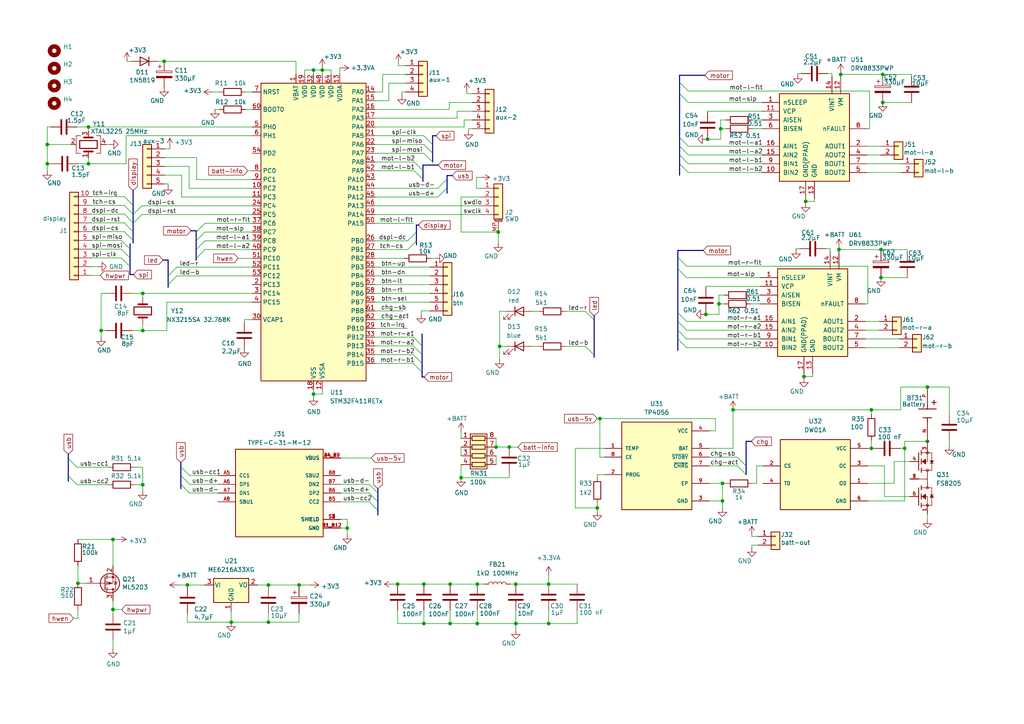
<source format=kicad_sch>
(kicad_sch (version 20230121) (generator eeschema)
  (paper "A4")
  (junction (at 149.606 169.418))
  (junction (at 41.402 85.09))
  (junction (at 252.73 130.048))
  (junction (at 67.056 180.467))
  (junction (at 93.472 20.32))
  (junction (at 86.741 169.672))
  (junction (at 122.936 180.848))
  (junction (at 13.716 47.498))
  (junction (at 77.851 169.672))
  (junction (at 252.73 118.872))
  (junction (at 268.986 128.016))
  (junction (at 100.711 153.162))
  (junction (at 173.228 147.32))
  (junction (at 256.032 21.59))
  (junction (at 204.724 91.186))
  (junction (at 29.337 95.885))
  (junction (at 138.43 169.418))
  (junction (at 159.131 169.418))
  (junction (at 212.598 118.872))
  (junction (at 209.55 140.208))
  (junction (at 90.932 114.3))
  (junction (at 47.625 17.78))
  (junction (at 243.84 21.59))
  (junction (at 256.032 29.718))
  (junction (at 208.534 88.138))
  (junction (at 41.402 140.589))
  (junction (at 209.55 145.288))
  (junction (at 41.402 95.885))
  (junction (at 130.556 180.848))
  (junction (at 130.556 169.418))
  (junction (at 54.356 169.672))
  (junction (at 143.891 129.667))
  (junction (at 32.766 156.464))
  (junction (at 255.524 80.518))
  (junction (at 268.986 112.268))
  (junction (at 138.43 180.848))
  (junction (at 25.654 47.498))
  (junction (at 147.701 129.667))
  (junction (at 144.907 100.457))
  (junction (at 13.716 41.91))
  (junction (at 205.232 40.386))
  (junction (at 22.606 169.164))
  (junction (at 243.332 72.39))
  (junction (at 233.68 58.42))
  (junction (at 25.654 36.83))
  (junction (at 173.99 121.412))
  (junction (at 159.131 180.848))
  (junction (at 122.936 169.418))
  (junction (at 133.731 138.557))
  (junction (at 90.932 20.32))
  (junction (at 262.382 130.048))
  (junction (at 32.766 176.784))
  (junction (at 255.524 72.39))
  (junction (at 149.606 180.848))
  (junction (at 209.042 37.338))
  (junction (at 115.316 169.418))
  (junction (at 144.526 67.31))
  (junction (at 77.851 180.467))
  (junction (at 233.172 109.22))
  (bus_entry (at 19.812 132.969) (size 2.54 2.54))
  (bus_entry (at 197.104 47.498) (size 2.54 2.54))
  (bus_entry (at 119.888 105.41) (size 2.54 2.54))
  (bus_entry (at 36.068 67.183) (size 2.54 2.54))
  (bus_entry (at 118.237 72.39) (size 2.54 -2.54))
  (bus_entry (at 19.812 138.049) (size 2.54 2.54))
  (bus_entry (at 196.596 95.758) (size 2.54 2.54))
  (bus_entry (at 197.104 42.418) (size 2.54 2.54))
  (bus_entry (at 127 54.61) (size 2.54 -2.54))
  (bus_entry (at 196.596 77.978) (size 2.54 2.54))
  (bus_entry (at 35.179 72.263) (size 2.54 2.54))
  (bus_entry (at 52.451 140.462) (size 2.54 2.54))
  (bus_entry (at 52.451 137.922) (size 2.54 2.54))
  (bus_entry (at 127 57.15) (size 2.54 -2.54))
  (bus_entry (at 196.596 74.676) (size 2.54 2.54))
  (bus_entry (at 122.936 44.45) (size 2.54 2.54))
  (bus_entry (at 35.179 74.803) (size 2.54 2.54))
  (bus_entry (at 56.896 67.31) (size 2.54 -2.54))
  (bus_entry (at 197.104 23.876) (size 2.54 2.54))
  (bus_entry (at 56.896 69.85) (size 2.54 -2.54))
  (bus_entry (at 120.142 46.99) (size 2.54 2.54))
  (bus_entry (at 56.896 72.39) (size 2.54 -2.54))
  (bus_entry (at 213.868 135.128) (size 2.54 2.54))
  (bus_entry (at 197.104 44.958) (size 2.54 2.54))
  (bus_entry (at 119.888 97.79) (size 2.54 2.54))
  (bus_entry (at 122.936 41.91) (size 2.54 2.54))
  (bus_entry (at 196.596 93.218) (size 2.54 2.54))
  (bus_entry (at 56.896 74.93) (size 2.54 -2.54))
  (bus_entry (at 36.068 59.563) (size 2.54 2.54))
  (bus_entry (at 36.068 57.023) (size 2.54 2.54))
  (bus_entry (at 197.104 39.878) (size 2.54 2.54))
  (bus_entry (at 120.142 49.53) (size 2.54 2.54))
  (bus_entry (at 169.799 100.457) (size 2.54 2.54))
  (bus_entry (at 107.061 143.002) (size 2.54 2.54))
  (bus_entry (at 38.608 62.23) (size 2.54 -2.54))
  (bus_entry (at 36.068 64.643) (size 2.54 2.54))
  (bus_entry (at 107.061 140.462) (size 2.54 2.54))
  (bus_entry (at 119.888 102.87) (size 2.54 2.54))
  (bus_entry (at 169.799 90.297) (size 2.54 2.54))
  (bus_entry (at 213.868 132.588) (size 2.54 2.54))
  (bus_entry (at 36.068 62.103) (size 2.54 2.54))
  (bus_entry (at 118.237 69.85) (size 2.54 -2.54))
  (bus_entry (at 38.608 64.77) (size 2.54 -2.54))
  (bus_entry (at 122.936 39.37) (size 2.54 2.54))
  (bus_entry (at 35.179 69.723) (size 2.54 2.54))
  (bus_entry (at 196.596 98.298) (size 2.54 2.54))
  (bus_entry (at 197.104 27.178) (size 2.54 2.54))
  (bus_entry (at 119.888 100.33) (size 2.54 2.54))
  (bus_entry (at 48.768 82.55) (size 2.54 -2.54))
  (bus_entry (at 48.768 80.01) (size 2.54 -2.54))
  (bus_entry (at 196.596 90.678) (size 2.54 2.54))
  (bus_entry (at 107.061 145.542) (size 2.54 2.54))
  (bus_entry (at 52.451 135.382) (size 2.54 2.54))
  (wire (pts (xy 26.543 62.103) (xy 36.068 62.103)))
  (bus (pts (xy 122.682 52.07) (xy 122.682 49.53)))
  (wire (pts (xy 115.316 177.038) (xy 115.316 180.848)))
  (wire (pts (xy 90.932 114.3) (xy 90.932 115.062)))
  (wire (pts (xy 51.308 80.01) (xy 73.152 80.01)))
  (bus (pts (xy 125.476 39.37) (xy 125.476 41.91)))
  (wire (pts (xy 52.705 50.8) (xy 52.705 57.15)))
  (wire (pts (xy 149.606 180.848) (xy 149.606 182.753)))
  (wire (pts (xy 255.524 80.518) (xy 263.144 80.518)))
  (bus (pts (xy 120.777 65.278) (xy 120.777 67.31)))
  (wire (pts (xy 59.436 72.39) (xy 73.152 72.39)))
  (wire (pts (xy 209.55 140.208) (xy 210.566 140.208)))
  (bus (pts (xy 38.608 69.215) (xy 38.608 67.183)))
  (wire (pts (xy 256.032 21.59) (xy 256.032 22.098)))
  (wire (pts (xy 98.552 19.685) (xy 98.552 21.59)))
  (wire (pts (xy 173.228 138.43) (xy 173.228 137.668)))
  (wire (pts (xy 154.432 100.457) (xy 156.337 100.457)))
  (wire (pts (xy 22.352 36.83) (xy 25.654 36.83)))
  (wire (pts (xy 159.131 166.878) (xy 159.131 169.418)))
  (wire (pts (xy 159.131 180.848) (xy 167.386 180.848)))
  (bus (pts (xy 37.719 79.629) (xy 38.735 79.629)))
  (wire (pts (xy 240.03 21.336) (xy 241.3 21.336)))
  (wire (pts (xy 93.472 114.3) (xy 90.932 114.3)))
  (wire (pts (xy 124.968 74.93) (xy 126.238 74.93)))
  (wire (pts (xy 136.906 32.258) (xy 132.588 32.258)))
  (wire (pts (xy 261.239 112.268) (xy 268.986 112.268)))
  (wire (pts (xy 108.712 44.45) (xy 122.936 44.45)))
  (wire (pts (xy 108.712 41.91) (xy 122.936 41.91)))
  (bus (pts (xy 216.408 128.016) (xy 217.932 128.016)))
  (bus (pts (xy 38.608 62.103) (xy 38.608 62.23)))
  (bus (pts (xy 56.896 69.85) (xy 56.896 67.31)))
  (wire (pts (xy 13.716 41.91) (xy 20.574 41.91)))
  (bus (pts (xy 48.768 80.01) (xy 48.768 75.438)))
  (wire (pts (xy 124.714 82.55) (xy 108.712 82.55)))
  (wire (pts (xy 32.766 185.674) (xy 32.766 188.214)))
  (wire (pts (xy 124.714 80.01) (xy 108.712 80.01)))
  (wire (pts (xy 199.136 98.298) (xy 220.472 98.298)))
  (wire (pts (xy 132.588 34.29) (xy 108.712 34.29)))
  (wire (pts (xy 163.957 90.297) (xy 169.799 90.297)))
  (wire (pts (xy 135.382 27.178) (xy 136.906 27.178)))
  (wire (pts (xy 36.576 47.498) (xy 36.576 39.37)))
  (wire (pts (xy 133.731 134.747) (xy 133.731 138.557)))
  (wire (pts (xy 41.402 135.509) (xy 41.402 140.589)))
  (wire (pts (xy 117.602 24.13) (xy 112.776 24.13)))
  (wire (pts (xy 108.712 90.17) (xy 116.84 90.17)))
  (bus (pts (xy 122.682 47.879) (xy 127.127 47.879)))
  (wire (pts (xy 220.472 83.058) (xy 204.724 83.058)))
  (wire (pts (xy 261.239 118.872) (xy 261.239 112.268)))
  (wire (pts (xy 108.712 62.23) (xy 139.446 62.23)))
  (wire (pts (xy 93.472 113.03) (xy 93.472 114.3)))
  (wire (pts (xy 110.998 21.59) (xy 117.602 21.59)))
  (bus (pts (xy 109.601 141.732) (xy 109.601 143.002)))
  (wire (pts (xy 32.766 156.464) (xy 32.766 164.084)))
  (wire (pts (xy 41.402 85.09) (xy 41.402 86.36)))
  (wire (pts (xy 217.678 85.598) (xy 220.472 85.598)))
  (wire (pts (xy 251.714 130.048) (xy 252.73 130.048)))
  (wire (pts (xy 108.712 31.75) (xy 130.302 31.75)))
  (wire (pts (xy 239.522 72.136) (xy 240.792 72.136)))
  (wire (pts (xy 47.625 17.78) (xy 85.852 17.78)))
  (wire (pts (xy 122.936 177.038) (xy 122.936 180.848)))
  (wire (pts (xy 93.472 20.32) (xy 96.012 20.32)))
  (bus (pts (xy 52.451 137.922) (xy 52.451 140.462)))
  (wire (pts (xy 218.186 37.338) (xy 220.98 37.338)))
  (bus (pts (xy 122.682 52.578) (xy 122.682 52.07)))
  (wire (pts (xy 250.952 95.758) (xy 255.016 95.758)))
  (wire (pts (xy 264.414 21.59) (xy 264.414 22.098)))
  (wire (pts (xy 166.878 130.048) (xy 166.878 147.32)))
  (wire (pts (xy 98.806 132.842) (xy 107.696 132.842)))
  (bus (pts (xy 122.428 96.901) (xy 122.428 100.33)))
  (bus (pts (xy 196.596 74.676) (xy 196.596 77.978)))
  (wire (pts (xy 233.172 109.22) (xy 233.172 109.728)))
  (bus (pts (xy 38.608 64.77) (xy 38.608 67.183)))
  (wire (pts (xy 57.023 52.07) (xy 57.023 45.72)))
  (bus (pts (xy 196.596 72.644) (xy 196.596 74.676)))
  (wire (pts (xy 144.907 104.267) (xy 144.907 100.457)))
  (bus (pts (xy 37.719 72.263) (xy 37.719 74.803)))
  (wire (pts (xy 59.436 64.77) (xy 73.152 64.77)))
  (bus (pts (xy 122.682 49.53) (xy 122.682 47.879)))
  (bus (pts (xy 56.896 75.438) (xy 56.896 74.93)))
  (wire (pts (xy 233.172 108.458) (xy 233.172 109.22)))
  (wire (pts (xy 144.526 67.31) (xy 144.526 70.485)))
  (wire (pts (xy 22.352 140.589) (xy 31.496 140.589)))
  (wire (pts (xy 41.402 95.885) (xy 38.227 95.885)))
  (wire (pts (xy 115.316 169.418) (xy 122.936 169.418)))
  (wire (pts (xy 144.907 100.457) (xy 144.907 90.297)))
  (wire (pts (xy 212.598 118.872) (xy 252.73 118.872)))
  (wire (pts (xy 110.998 26.67) (xy 110.998 21.59)))
  (wire (pts (xy 275.336 112.268) (xy 275.336 120.142)))
  (wire (pts (xy 138.43 177.038) (xy 138.43 180.848)))
  (wire (pts (xy 218.059 155.575) (xy 219.837 155.575)))
  (bus (pts (xy 196.596 72.644) (xy 203.962 72.644)))
  (bus (pts (xy 37.719 74.803) (xy 37.719 77.343)))
  (bus (pts (xy 56.896 66.929) (xy 55.372 66.929)))
  (bus (pts (xy 56.896 74.93) (xy 56.896 72.39)))
  (bus (pts (xy 56.896 67.31) (xy 56.896 66.929)))
  (wire (pts (xy 108.712 57.15) (xy 127 57.15)))
  (wire (pts (xy 207.518 124.968) (xy 205.74 124.968)))
  (wire (pts (xy 73.152 92.71) (xy 70.866 92.71)))
  (wire (pts (xy 25.146 169.164) (xy 22.606 169.164)))
  (wire (pts (xy 54.864 54.61) (xy 73.152 54.61)))
  (wire (pts (xy 263.144 72.39) (xy 263.144 72.898)))
  (wire (pts (xy 108.712 95.25) (xy 118.237 95.25)))
  (wire (pts (xy 29.337 85.09) (xy 30.607 85.09)))
  (wire (pts (xy 67.056 180.467) (xy 77.851 180.467)))
  (wire (pts (xy 108.712 64.77) (xy 119.888 64.77)))
  (wire (pts (xy 205.232 40.386) (xy 205.232 40.132)))
  (bus (pts (xy 52.451 135.382) (xy 52.451 137.922)))
  (wire (pts (xy 90.932 20.32) (xy 90.932 21.59)))
  (wire (pts (xy 90.932 20.32) (xy 93.472 20.32)))
  (wire (pts (xy 48.387 87.63) (xy 48.387 95.885)))
  (wire (pts (xy 133.731 138.557) (xy 147.701 138.557)))
  (bus (pts (xy 122.428 102.87) (xy 122.428 105.41)))
  (wire (pts (xy 175.26 132.588) (xy 173.99 132.588)))
  (wire (pts (xy 149.606 177.038) (xy 149.606 180.848)))
  (wire (pts (xy 163.957 100.457) (xy 169.799 100.457)))
  (wire (pts (xy 199.136 80.518) (xy 220.472 80.518)))
  (wire (pts (xy 138.176 51.435) (xy 138.176 54.61)))
  (wire (pts (xy 262.382 130.048) (xy 262.382 145.288)))
  (wire (pts (xy 13.716 36.83) (xy 14.732 36.83)))
  (wire (pts (xy 48.387 95.885) (xy 41.402 95.885)))
  (bus (pts (xy 122.428 107.95) (xy 122.428 109.347)))
  (wire (pts (xy 149.606 169.418) (xy 159.131 169.418)))
  (wire (pts (xy 22.606 47.498) (xy 25.654 47.498)))
  (bus (pts (xy 197.104 42.418) (xy 197.104 39.878)))
  (wire (pts (xy 252.222 26.416) (xy 252.222 37.338)))
  (wire (pts (xy 108.712 105.41) (xy 119.888 105.41)))
  (wire (pts (xy 25.654 36.83) (xy 25.654 38.1)))
  (wire (pts (xy 130.556 177.038) (xy 130.556 180.848)))
  (wire (pts (xy 209.042 37.338) (xy 209.042 34.798)))
  (bus (pts (xy 19.812 131.699) (xy 19.812 132.969)))
  (wire (pts (xy 149.606 180.848) (xy 159.131 180.848)))
  (wire (pts (xy 117.348 74.93) (xy 108.712 74.93)))
  (bus (pts (xy 125.476 39.37) (xy 126.492 39.37)))
  (wire (pts (xy 41.402 140.589) (xy 41.402 142.367)))
  (wire (pts (xy 268.986 128.016) (xy 268.986 128.778)))
  (wire (pts (xy 114.046 169.418) (xy 115.316 169.418)))
  (wire (pts (xy 54.356 169.672) (xy 54.356 170.307)))
  (wire (pts (xy 233.172 109.22) (xy 235.712 109.22)))
  (bus (pts (xy 125.476 41.91) (xy 125.476 44.45)))
  (wire (pts (xy 199.644 44.958) (xy 220.98 44.958)))
  (wire (pts (xy 205.232 32.258) (xy 205.232 32.512)))
  (wire (pts (xy 205.74 132.588) (xy 213.868 132.588)))
  (wire (pts (xy 199.644 50.038) (xy 220.98 50.038)))
  (wire (pts (xy 231.394 21.59) (xy 231.394 21.336)))
  (wire (pts (xy 251.714 145.288) (xy 262.382 145.288)))
  (wire (pts (xy 93.472 20.32) (xy 93.472 21.59)))
  (wire (pts (xy 13.716 36.83) (xy 13.716 41.91)))
  (wire (pts (xy 26.543 67.183) (xy 36.068 67.183)))
  (wire (pts (xy 199.644 42.418) (xy 220.98 42.418)))
  (wire (pts (xy 173.228 146.05) (xy 173.228 147.32)))
  (wire (pts (xy 204.724 91.186) (xy 208.534 91.186)))
  (bus (pts (xy 172.339 92.837) (xy 172.339 102.997)))
  (wire (pts (xy 250.952 98.298) (xy 260.858 98.298)))
  (wire (pts (xy 209.55 140.208) (xy 209.55 145.288)))
  (wire (pts (xy 250.952 100.838) (xy 260.858 100.838)))
  (wire (pts (xy 133.731 67.31) (xy 144.526 67.31)))
  (wire (pts (xy 48.768 53.848) (xy 48.768 53.34)))
  (wire (pts (xy 90.932 113.03) (xy 90.932 114.3)))
  (wire (pts (xy 212.598 130.048) (xy 212.598 118.872)))
  (wire (pts (xy 124.714 85.09) (xy 108.712 85.09)))
  (wire (pts (xy 112.776 24.13) (xy 112.776 29.21)))
  (wire (pts (xy 204.978 40.386) (xy 205.232 40.386)))
  (wire (pts (xy 199.644 26.416) (xy 252.222 26.416)))
  (wire (pts (xy 255.524 72.39) (xy 263.144 72.39)))
  (wire (pts (xy 54.991 137.922) (xy 63.246 137.922)))
  (wire (pts (xy 108.712 97.79) (xy 119.888 97.79)))
  (wire (pts (xy 41.402 85.09) (xy 73.152 85.09)))
  (wire (pts (xy 159.131 177.038) (xy 159.131 180.848)))
  (wire (pts (xy 268.986 112.268) (xy 275.336 112.268)))
  (wire (pts (xy 251.46 50.038) (xy 261.366 50.038)))
  (bus (pts (xy 52.451 134.112) (xy 52.451 135.382)))
  (wire (pts (xy 241.3 21.336) (xy 241.3 22.098)))
  (bus (pts (xy 122.428 109.347) (xy 123.063 109.347)))
  (bus (pts (xy 109.601 143.002) (xy 109.601 145.542)))
  (wire (pts (xy 167.386 177.038) (xy 167.386 180.848)))
  (bus (pts (xy 197.104 47.498) (xy 197.104 44.958)))
  (wire (pts (xy 259.334 133.858) (xy 259.334 140.208)))
  (wire (pts (xy 251.714 77.216) (xy 251.714 88.138)))
  (wire (pts (xy 34.036 156.464) (xy 32.766 156.464)))
  (wire (pts (xy 59.436 67.31) (xy 73.152 67.31)))
  (bus (pts (xy 48.768 75.438) (xy 47.244 75.438)))
  (wire (pts (xy 48.387 87.63) (xy 73.152 87.63)))
  (wire (pts (xy 108.712 72.39) (xy 118.237 72.39)))
  (wire (pts (xy 25.654 47.498) (xy 36.576 47.498)))
  (wire (pts (xy 217.678 88.138) (xy 220.472 88.138)))
  (wire (pts (xy 29.337 95.885) (xy 30.607 95.885)))
  (wire (pts (xy 47.752 50.8) (xy 52.705 50.8)))
  (bus (pts (xy 120.777 67.31) (xy 120.777 69.85)))
  (wire (pts (xy 208.534 88.138) (xy 210.058 88.138)))
  (wire (pts (xy 108.712 36.83) (xy 134.62 36.83)))
  (wire (pts (xy 250.952 88.138) (xy 251.714 88.138)))
  (bus (pts (xy 122.428 100.33) (xy 122.428 102.87)))
  (wire (pts (xy 49.276 43.18) (xy 47.752 43.18)))
  (bus (pts (xy 38.608 69.342) (xy 38.608 69.723)))
  (wire (pts (xy 93.472 19.685) (xy 93.472 20.32)))
  (wire (pts (xy 199.136 77.216) (xy 251.714 77.216)))
  (wire (pts (xy 256.54 135.128) (xy 256.54 144.018)))
  (wire (pts (xy 26.543 72.263) (xy 35.179 72.263)))
  (wire (pts (xy 133.731 57.15) (xy 139.446 57.15)))
  (wire (pts (xy 26.543 74.803) (xy 35.179 74.803)))
  (wire (pts (xy 22.606 169.164) (xy 22.606 164.084)))
  (wire (pts (xy 13.716 47.498) (xy 13.716 49.53)))
  (wire (pts (xy 199.644 29.718) (xy 220.98 29.718)))
  (wire (pts (xy 230.886 72.136) (xy 231.902 72.136)))
  (wire (pts (xy 22.352 135.509) (xy 31.496 135.509)))
  (wire (pts (xy 218.059 155.194) (xy 218.059 155.575)))
  (wire (pts (xy 41.402 93.98) (xy 41.402 95.885)))
  (wire (pts (xy 132.588 32.258) (xy 132.588 34.29)))
  (wire (pts (xy 173.228 147.32) (xy 173.228 148.336)))
  (wire (pts (xy 175.26 130.048) (xy 166.878 130.048)))
  (wire (pts (xy 252.73 118.872) (xy 261.239 118.872)))
  (wire (pts (xy 130.302 31.75) (xy 130.302 29.718)))
  (wire (pts (xy 122.174 90.17) (xy 122.174 91.186)))
  (wire (pts (xy 41.148 59.69) (xy 73.152 59.69)))
  (wire (pts (xy 207.518 121.412) (xy 207.518 124.968)))
  (bus (pts (xy 38.608 64.77) (xy 38.608 64.643)))
  (wire (pts (xy 233.68 58.42) (xy 236.22 58.42)))
  (wire (pts (xy 85.852 21.59) (xy 85.852 17.78)))
  (wire (pts (xy 70.866 92.71) (xy 70.866 93.472)))
  (wire (pts (xy 208.534 88.138) (xy 208.534 91.186)))
  (wire (pts (xy 233.68 58.42) (xy 233.68 58.928)))
  (bus (pts (xy 129.667 50.927) (xy 129.667 56.007)))
  (wire (pts (xy 204.47 91.186) (xy 204.724 91.186)))
  (wire (pts (xy 98.806 140.462) (xy 107.061 140.462)))
  (wire (pts (xy 235.712 109.22) (xy 235.712 108.458)))
  (wire (pts (xy 133.731 125.222) (xy 133.731 127.127)))
  (wire (pts (xy 98.806 143.002) (xy 107.061 143.002)))
  (wire (pts (xy 199.136 93.218) (xy 220.472 93.218)))
  (wire (pts (xy 218.186 34.798) (xy 220.98 34.798)))
  (bus (pts (xy 216.408 137.668) (xy 216.408 135.128)))
  (wire (pts (xy 135.382 26.67) (xy 135.382 27.178)))
  (wire (pts (xy 71.247 26.67) (xy 73.152 26.67)))
  (wire (pts (xy 243.84 21.082) (xy 243.84 21.59)))
  (wire (pts (xy 25.654 45.72) (xy 25.654 47.498)))
  (wire (pts (xy 256.032 21.59) (xy 264.414 21.59)))
  (wire (pts (xy 48.768 53.34) (xy 47.752 53.34)))
  (wire (pts (xy 143.891 129.667) (xy 147.701 129.667)))
  (wire (pts (xy 268.986 149.098) (xy 268.986 150.622)))
  (wire (pts (xy 138.176 54.61) (xy 139.446 54.61)))
  (wire (pts (xy 251.714 135.128) (xy 256.54 135.128)))
  (wire (pts (xy 26.543 77.343) (xy 28.321 77.343)))
  (bus (pts (xy 197.104 21.844) (xy 204.47 21.844)))
  (wire (pts (xy 112.776 29.21) (xy 108.712 29.21)))
  (wire (pts (xy 29.337 97.79) (xy 29.337 95.885)))
  (bus (pts (xy 120.777 65.278) (xy 121.412 65.278)))
  (wire (pts (xy 45.72 17.78) (xy 47.625 17.78)))
  (wire (pts (xy 98.806 153.162) (xy 100.711 153.162)))
  (wire (pts (xy 108.712 26.67) (xy 110.998 26.67)))
  (wire (pts (xy 218.186 140.208) (xy 219.456 140.208)))
  (wire (pts (xy 148.082 169.418) (xy 149.606 169.418)))
  (wire (pts (xy 251.46 42.418) (xy 255.524 42.418)))
  (bus (pts (xy 38.608 69.723) (xy 38.608 70.485)))
  (wire (pts (xy 71.882 49.53) (xy 73.152 49.53)))
  (wire (pts (xy 204.724 83.058) (xy 204.724 83.312)))
  (wire (pts (xy 47.752 48.26) (xy 54.864 48.26)))
  (wire (pts (xy 122.936 169.418) (xy 130.556 169.418)))
  (wire (pts (xy 147.701 138.557) (xy 147.701 137.287)))
  (wire (pts (xy 21.336 179.324) (xy 22.606 179.324)))
  (wire (pts (xy 199.644 47.498) (xy 220.98 47.498)))
  (wire (pts (xy 108.712 59.69) (xy 139.446 59.69)))
  (wire (pts (xy 251.46 37.338) (xy 252.222 37.338)))
  (wire (pts (xy 88.392 21.59) (xy 88.392 20.32)))
  (wire (pts (xy 54.991 140.462) (xy 63.246 140.462)))
  (bus (pts (xy 19.812 138.049) (xy 19.812 139.573)))
  (wire (pts (xy 116.586 26.67) (xy 117.602 26.67)))
  (bus (pts (xy 37.719 77.343) (xy 37.719 79.629)))
  (wire (pts (xy 36.83 17.78) (xy 38.1 17.78)))
  (wire (pts (xy 22.606 156.464) (xy 32.766 156.464)))
  (wire (pts (xy 139.446 51.435) (xy 138.176 51.435)))
  (wire (pts (xy 77.851 169.672) (xy 86.741 169.672)))
  (wire (pts (xy 243.84 21.59) (xy 256.032 21.59)))
  (wire (pts (xy 159.131 169.418) (xy 167.386 169.418)))
  (bus (pts (xy 197.104 27.178) (xy 197.104 39.878)))
  (bus (pts (xy 197.104 44.958) (xy 197.104 42.418)))
  (wire (pts (xy 74.676 169.672) (xy 77.851 169.672)))
  (wire (pts (xy 51.308 77.47) (xy 73.152 77.47)))
  (wire (pts (xy 39.116 140.589) (xy 41.402 140.589)))
  (wire (pts (xy 243.332 72.39) (xy 255.524 72.39)))
  (wire (pts (xy 57.023 52.07) (xy 73.152 52.07)))
  (wire (pts (xy 32.766 176.784) (xy 32.766 178.054)))
  (wire (pts (xy 138.43 180.848) (xy 149.606 180.848)))
  (wire (pts (xy 262.382 130.048) (xy 262.382 128.016)))
  (wire (pts (xy 268.986 127.508) (xy 268.986 128.016)))
  (bus (pts (xy 196.596 98.298) (xy 196.596 95.758)))
  (wire (pts (xy 98.806 150.622) (xy 100.711 150.622)))
  (wire (pts (xy 96.012 20.32) (xy 96.012 21.59)))
  (wire (pts (xy 255.524 72.39) (xy 255.524 72.898)))
  (wire (pts (xy 52.705 57.15) (xy 73.152 57.15)))
  (bus (pts (xy 38.608 55.245) (xy 38.608 59.563)))
  (bus (pts (xy 52.451 140.462) (xy 52.451 141.732)))
  (wire (pts (xy 32.766 174.244) (xy 32.766 176.784)))
  (wire (pts (xy 98.806 145.542) (xy 107.061 145.542)))
  (wire (pts (xy 108.712 100.33) (xy 119.888 100.33)))
  (wire (pts (xy 22.606 179.324) (xy 22.606 176.784)))
  (wire (pts (xy 26.543 59.563) (xy 36.068 59.563)))
  (wire (pts (xy 230.886 72.39) (xy 230.886 72.136)))
  (wire (pts (xy 26.543 64.643) (xy 36.068 64.643)))
  (wire (pts (xy 100.711 150.622) (xy 100.711 153.162)))
  (wire (pts (xy 26.543 69.723) (xy 35.179 69.723)))
  (wire (pts (xy 51.816 169.672) (xy 54.356 169.672)))
  (wire (pts (xy 205.74 130.048) (xy 212.598 130.048)))
  (wire (pts (xy 199.136 100.838) (xy 220.472 100.838)))
  (wire (pts (xy 49.276 42.672) (xy 49.276 43.18)))
  (wire (pts (xy 252.73 118.872) (xy 252.73 120.142)))
  (wire (pts (xy 77.851 169.672) (xy 77.851 170.307)))
  (wire (pts (xy 32.766 176.784) (xy 35.306 176.784)))
  (wire (pts (xy 251.46 44.958) (xy 255.524 44.958)))
  (wire (pts (xy 263.906 133.858) (xy 259.334 133.858)))
  (bus (pts (xy 122.428 105.41) (xy 122.428 107.95)))
  (wire (pts (xy 71.247 31.75) (xy 73.152 31.75)))
  (wire (pts (xy 54.356 180.467) (xy 67.056 180.467)))
  (wire (pts (xy 115.57 18.288) (xy 115.57 19.05)))
  (wire (pts (xy 231.394 21.336) (xy 232.41 21.336)))
  (wire (pts (xy 115.316 180.848) (xy 122.936 180.848)))
  (wire (pts (xy 108.712 102.87) (xy 119.888 102.87)))
  (wire (pts (xy 261.112 130.048) (xy 262.382 130.048)))
  (wire (pts (xy 54.991 143.002) (xy 63.246 143.002)))
  (wire (pts (xy 236.22 58.42) (xy 236.22 57.658)))
  (bus (pts (xy 196.596 101.6) (xy 196.596 98.298)))
  (wire (pts (xy 54.864 48.26) (xy 54.864 54.61)))
  (wire (pts (xy 13.716 47.498) (xy 14.986 47.498)))
  (bus (pts (xy 48.768 83.312) (xy 48.768 82.55)))
  (wire (pts (xy 122.936 180.848) (xy 130.556 180.848)))
  (bus (pts (xy 197.104 21.844) (xy 197.104 23.876)))
  (wire (pts (xy 204.724 91.186) (xy 204.724 90.932)))
  (wire (pts (xy 208.534 88.138) (xy 208.534 85.598)))
  (bus (pts (xy 172.339 91.567) (xy 172.339 92.837)))
  (wire (pts (xy 205.74 135.128) (xy 213.868 135.128)))
  (bus (pts (xy 120.777 69.85) (xy 120.777 70.993)))
  (wire (pts (xy 144.907 90.297) (xy 146.812 90.297)))
  (wire (pts (xy 208.534 85.598) (xy 210.058 85.598)))
  (bus (pts (xy 125.476 44.45) (xy 125.476 46.99)))
  (wire (pts (xy 38.227 85.09) (xy 41.402 85.09)))
  (wire (pts (xy 205.74 140.208) (xy 209.55 140.208)))
  (bus (pts (xy 197.104 23.876) (xy 197.104 27.178)))
  (wire (pts (xy 220.98 32.258) (xy 205.232 32.258)))
  (wire (pts (xy 59.436 69.85) (xy 73.152 69.85)))
  (wire (pts (xy 144.907 100.457) (xy 146.812 100.457)))
  (wire (pts (xy 108.712 39.37) (xy 122.936 39.37)))
  (bus (pts (xy 38.608 62.23) (xy 38.608 64.643)))
  (wire (pts (xy 135.89 37.846) (xy 135.89 37.338)))
  (wire (pts (xy 262.382 128.016) (xy 268.986 128.016)))
  (wire (pts (xy 108.712 54.61) (xy 127 54.61)))
  (wire (pts (xy 243.332 71.882) (xy 243.332 72.39)))
  (wire (pts (xy 26.543 57.023) (xy 36.068 57.023)))
  (wire (pts (xy 256.032 29.718) (xy 264.414 29.718)))
  (wire (pts (xy 108.712 69.85) (xy 118.237 69.85)))
  (wire (pts (xy 86.741 169.672) (xy 89.916 169.672)))
  (wire (pts (xy 41.148 62.23) (xy 73.152 62.23)))
  (wire (pts (xy 209.042 37.338) (xy 210.566 37.338)))
  (wire (pts (xy 86.741 169.672) (xy 86.741 170.307)))
  (wire (pts (xy 240.792 72.136) (xy 240.792 72.898)))
  (bus (pts (xy 38.608 59.563) (xy 38.608 62.103)))
  (wire (pts (xy 130.302 29.718) (xy 136.906 29.718)))
  (wire (pts (xy 124.714 77.47) (xy 108.712 77.47)))
  (wire (pts (xy 36.576 39.37) (xy 73.152 39.37)))
  (wire (pts (xy 205.232 40.386) (xy 209.042 40.386)))
  (bus (pts (xy 37.719 70.739) (xy 37.719 72.263)))
  (wire (pts (xy 133.731 129.667) (xy 133.731 132.207)))
  (bus (pts (xy 216.408 135.128) (xy 216.408 128.016)))
  (wire (pts (xy 108.712 49.53) (xy 120.142 49.53)))
  (wire (pts (xy 61.722 26.67) (xy 63.627 26.67)))
  (wire (pts (xy 63.627 31.75) (xy 62.357 31.75)))
  (wire (pts (xy 209.042 34.798) (xy 210.566 34.798)))
  (wire (pts (xy 77.851 180.467) (xy 86.741 180.467)))
  (wire (pts (xy 233.68 57.658) (xy 233.68 58.42)))
  (wire (pts (xy 100.711 153.162) (xy 100.711 155.067)))
  (wire (pts (xy 86.741 180.467) (xy 86.741 177.927)))
  (wire (pts (xy 13.716 41.91) (xy 13.716 47.498)))
  (bus (pts (xy 109.601 145.542) (xy 109.601 148.082)))
  (wire (pts (xy 251.714 140.208) (xy 259.334 140.208)))
  (wire (pts (xy 143.891 127.127) (xy 143.891 129.667)))
  (wire (pts (xy 219.456 135.128) (xy 221.234 135.128)))
  (wire (pts (xy 250.952 93.218) (xy 255.016 93.218)))
  (wire (pts (xy 29.337 95.885) (xy 29.337 85.09)))
  (bus (pts (xy 48.768 82.55) (xy 48.768 80.01)))
  (wire (pts (xy 154.432 90.297) (xy 156.337 90.297)))
  (wire (pts (xy 115.57 19.05) (xy 117.602 19.05)))
  (wire (pts (xy 219.456 140.208) (xy 219.456 135.128)))
  (wire (pts (xy 256.54 144.018) (xy 263.906 144.018)))
  (bus (pts (xy 109.601 148.082) (xy 109.601 149.352)))
  (wire (pts (xy 209.042 37.338) (xy 209.042 40.386)))
  (wire (pts (xy 251.46 47.498) (xy 261.366 47.498)))
  (wire (pts (xy 108.712 46.99) (xy 120.142 46.99)))
  (wire (pts (xy 77.851 180.467) (xy 77.851 177.927)))
  (wire (pts (xy 39.116 135.509) (xy 41.402 135.509)))
  (bus (pts (xy 196.596 95.758) (xy 196.596 93.218)))
  (wire (pts (xy 108.712 92.71) (xy 116.84 92.71)))
  (wire (pts (xy 173.99 121.412) (xy 207.518 121.412)))
  (wire (pts (xy 88.392 20.32) (xy 90.932 20.32)))
  (wire (pts (xy 218.059 158.877) (xy 218.059 158.115)))
  (wire (pts (xy 138.43 169.418) (xy 140.462 169.418)))
  (bus (pts (xy 129.667 50.927) (xy 131.191 50.927)))
  (wire (pts (xy 116.586 27.686) (xy 116.586 26.67)))
  (wire (pts (xy 147.701 129.667) (xy 150.241 129.667)))
  (wire (pts (xy 218.059 158.115) (xy 219.837 158.115)))
  (wire (pts (xy 209.55 145.288) (xy 209.55 147.32)))
  (bus (pts (xy 196.596 93.218) (xy 196.596 90.678)))
  (wire (pts (xy 143.891 132.207) (xy 143.891 134.747)))
  (wire (pts (xy 69.088 74.93) (xy 73.152 74.93)))
  (wire (pts (xy 30.734 41.91) (xy 31.75 41.91)))
  (wire (pts (xy 243.332 72.39) (xy 243.332 72.898)))
  (wire (pts (xy 205.74 145.288) (xy 209.55 145.288)))
  (wire (pts (xy 134.62 34.798) (xy 136.906 34.798)))
  (wire (pts (xy 173.228 121.412) (xy 173.99 121.412)))
  (wire (pts (xy 252.73 130.048) (xy 253.492 130.048)))
  (wire (pts (xy 134.62 36.83) (xy 134.62 34.798)))
  (wire (pts (xy 173.228 137.668) (xy 175.26 137.668)))
  (wire (pts (xy 130.556 169.418) (xy 138.43 169.418)))
  (wire (pts (xy 57.023 45.72) (xy 47.752 45.72)))
  (wire (pts (xy 130.556 180.848) (xy 138.43 180.848)))
  (wire (pts (xy 54.356 177.927) (xy 54.356 180.467)))
  (wire (pts (xy 67.056 177.292) (xy 67.056 180.467)))
  (bus (pts (xy 19.812 132.969) (xy 19.812 138.049)))
  (wire (pts (xy 124.714 90.17) (xy 122.174 90.17)))
  (wire (pts (xy 243.84 21.59) (xy 243.84 22.098)))
  (wire (pts (xy 275.336 127.762) (xy 275.336 129.286)))
  (wire (pts (xy 199.136 95.758) (xy 220.472 95.758)))
  (wire (pts (xy 25.654 36.83) (xy 73.152 36.83)))
  (wire (pts (xy 252.73 130.048) (xy 252.73 127.762)))
  (wire (pts (xy 135.89 37.338) (xy 136.906 37.338)))
  (wire (pts (xy 173.99 132.588) (xy 173.99 121.412)))
  (bus (pts (xy 197.104 50.8) (xy 197.104 47.498)))
  (wire (pts (xy 26.543 79.883) (xy 29.083 79.883)))
  (wire (pts (xy 166.878 147.32) (xy 173.228 147.32)))
  (wire (pts (xy 124.714 87.63) (xy 108.712 87.63)))
  (wire (pts (xy 54.356 169.672) (xy 59.436 169.672)))
  (bus (pts (xy 56.896 72.39) (xy 56.896 69.85)))
  (wire (pts (xy 133.731 57.15) (xy 133.731 67.31)))
  (bus (pts (xy 196.596 77.978) (xy 196.596 90.678)))
  (bus (pts (xy 172.339 102.997) (xy 172.339 103.632)))
  (label "chg-sb" (at 205.994 132.588 0))
  (label "usb-cc1" (at 55.626 137.922 0))
  (label "btn-rt" (at 116.84 85.09 180))
  (label "spi-clk" (at 113.538 39.37 0))
  (label "chg-act" (at 205.994 135.128 0))
  (label "mot-l-a2" (at 62.611 72.39 0))
  (label "spi-miso" (at 113.538 41.91 0))
  (label "dspl-dc" (at 109.855 69.85 0))
  (label "mot-r-flt" (at 211.074 77.216 0))
  (label "tch-cs" (at 26.797 59.563 0))
  (label "mot-r-a1" (at 110.236 97.79 0))
  (label "mot-l-b1" (at 110.49 49.53 0))
  (label "mot-r-a2" (at 110.236 100.33 0))
  (label "mot-r-b2" (at 110.236 102.87 0))
  (label "mot-r-a2" (at 210.82 95.758 0))
  (label "mot-l-a1" (at 62.611 69.85 0))
  (label "btn-lt" (at 116.713 82.55 180))
  (label "dspl-cs" (at 42.799 59.69 0))
  (label "usb-cc1" (at 23.114 135.509 0))
  (label "spi-miso" (at 26.543 69.723 0))
  (label "usb-d-" (at 55.626 143.002 0))
  (label "spi-clk" (at 26.543 74.803 0))
  (label "usb-d+" (at 99.441 143.002 0))
  (label "chg-sb" (at 110.49 90.17 0))
  (label "mot-slp" (at 211.328 29.718 0))
  (label "tch-cs" (at 110.109 72.39 0))
  (label "spi-mosi" (at 26.543 72.263 0))
  (label "mot-l-flt" (at 211.582 26.416 0))
  (label "chg-act" (at 110.49 92.71 0))
  (label "mot-l-flt" (at 110.109 64.77 0))
  (label "mot-l-b1" (at 211.328 47.498 0))
  (label "dspl-rst" (at 26.543 64.643 0))
  (label "mot-r-a1" (at 210.82 93.218 0))
  (label "mot-l-b2" (at 211.328 50.038 0))
  (label "tch-irq" (at 110.236 95.25 0))
  (label "mot-l-a1" (at 211.328 42.418 0))
  (label "spi-mosi" (at 113.538 44.45 0))
  (label "mot-r-b1" (at 110.236 105.41 0))
  (label "usb-d-" (at 99.441 140.462 0))
  (label "btn-sel" (at 118.11 87.63 180))
  (label "mot-l-b2" (at 110.49 46.99 0))
  (label "btn-dn" (at 117.602 80.01 180))
  (label "btn-up" (at 117.602 77.47 180))
  (label "usb-d-" (at 118.364 54.61 0))
  (label "tch-irq" (at 26.797 57.023 0))
  (label "dspl-dc" (at 26.543 62.103 0))
  (label "swclk" (at 134.366 62.23 0))
  (label "led-r" (at 52.07 77.47 0))
  (label "usb-d+" (at 118.364 57.15 0))
  (label "led-r" (at 164.846 90.297 0))
  (label "dspl-cs" (at 26.543 67.183 0))
  (label "mot-r-b2" (at 210.82 100.838 0))
  (label "swdio" (at 134.366 59.69 0))
  (label "dspl-rst" (at 42.799 62.23 0))
  (label "mot-r-flt" (at 62.738 64.77 0))
  (label "mot-l-a2" (at 211.328 44.958 0))
  (label "usb-cc2" (at 23.114 140.589 0))
  (label "mot-slp" (at 210.82 80.518 0))
  (label "led-b" (at 164.846 100.457 0))
  (label "mot-r-b1" (at 210.82 98.298 0))
  (label "usb-cc2" (at 99.441 145.542 0))
  (label "led-b" (at 52.07 80.01 0))
  (label "mot-slp" (at 62.611 67.31 0))
  (label "usb-d+" (at 55.626 140.462 0))
  (global_label "spi" (shape input) (at 126.492 39.37 0) (property "Intersheetrefs" "${INTERSHEET_REFS}" (effects hide)))
  (global_label "display" (shape input) (at 121.412 65.278 0) (property "Intersheetrefs" "${INTERSHEET_REFS}" (effects hide)))
  (global_label "usb" (shape input) (at 19.812 131.699 90) (property "Intersheetrefs" "${INTERSHEET_REFS}" (effects hide)))
  (global_label "batt-info" (shape input) (at 150.241 129.667 0) (property "Intersheetrefs" "${INTERSHEET_REFS}" (effects hide)))
  (global_label "usb" (shape input) (at 52.451 134.112 90) (property "Intersheetrefs" "${INTERSHEET_REFS}" (effects hide)))
  (global_label "usb" (shape input) (at 109.601 141.732 90) (property "Intersheetrefs" "${INTERSHEET_REFS}" (effects hide)))
  (global_label "chg" (shape input) (at 217.932 128.016 0) (property "Intersheetrefs" "${INTERSHEET_REFS}" (effects hide)))
  (global_label "motor" (shape input) (at 127.127 47.879 0) (property "Intersheetrefs" "${INTERSHEET_REFS}" (effects hide)))
  (global_label "motor" (shape input) (at 204.47 21.844 0) (property "Intersheetrefs" "${INTERSHEET_REFS}" (effects hide)))
  (global_label "display" (shape input) (at 38.608 55.245 90) (property "Intersheetrefs" "${INTERSHEET_REFS}" (effects hide)))
  (global_label "hwen" (shape input) (at 69.088 74.93 180) (property "Intersheetrefs" "${INTERSHEET_REFS}" (effects hide)))
  (global_label "motor" (shape input) (at 203.962 72.644 0) (property "Intersheetrefs" "${INTERSHEET_REFS}" (effects hide)))
  (global_label "hwpwr" (shape input) (at 29.083 79.883 0) (property "Intersheetrefs" "${INTERSHEET_REFS}" (effects hide)))
  (global_label "usb-5v" (shape input) (at 107.696 132.842 0) (property "Intersheetrefs" "${INTERSHEET_REFS}" (effects hide)))
  (global_label "hwpwr" (shape input) (at 35.306 176.784 0) (property "Intersheetrefs" "${INTERSHEET_REFS}" (effects hide)))
  (global_label "motor" (shape input) (at 123.063 109.347 0) (property "Intersheetrefs" "${INTERSHEET_REFS}" (effects hide)))
  (global_label "led" (shape input) (at 47.244 75.438 180) (property "Intersheetrefs" "${INTERSHEET_REFS}" (effects hide)))
  (global_label "spi" (shape input) (at 38.735 79.629 0) (property "Intersheetrefs" "${INTERSHEET_REFS}" (effects hide)))
  (global_label "usb-5v" (shape input) (at 173.228 121.412 180) (property "Intersheetrefs" "${INTERSHEET_REFS}" (effects hide)))
  (global_label "batt-info" (shape input) (at 71.882 49.53 180) (property "Intersheetrefs" "${INTERSHEET_REFS}" (effects hide)))
  (global_label "hwen" (shape input) (at 21.336 179.324 180) (property "Intersheetrefs" "${INTERSHEET_REFS}" (effects hide)))
  (global_label "motor" (shape input) (at 55.372 66.929 180) (property "Intersheetrefs" "${INTERSHEET_REFS}" (effects hide)))
  (global_label "usb" (shape input) (at 131.191 50.927 0) (property "Intersheetrefs" "${INTERSHEET_REFS}" (effects hide)))
  (global_label "led" (shape input) (at 172.339 91.567 90) (property "Intersheetrefs" "${INTERSHEET_REFS}" (effects hide)))
  (symbol (lib_id "Device:C") (at 159.131 173.228 180) (unit 1)
    (property "Reference" "C30" (at 163.449 175.768 0) (effects (justify left)))
    (property "Value" "1μF" (at 163.576 177.673 0) (effects (justify left)))
    (property "Footprint" "Capacitor_SMD:C_0603_1608Metric" (effects hide))
  )
  (symbol (lib_id "power:GND") (at 47.625 25.4 0) (unit 1)
    (property "Reference" "#PWR0107" (effects hide))
    (property "Value" "GND" (at 47.625 29.21 0) (effects (justify right)))
  )
  (symbol (lib_id "power:GND") (at 275.336 129.286 0) (unit 1)
    (property "Reference" "#PWR0136" (effects hide))
    (property "Value" "GND" (at 280.162 131.826 0) (effects (justify right)))
  )
  (symbol (lib_id "DW01A:DW01A") (at 236.474 137.668 0) (unit 1)
    (property "Reference" "U32" (at 236.474 122.174 0))
    (property "Value" "DW01A" (at 236.474 124.714 0))
    (property "Footprint" "DW01A:SOT95P280X145-6N" (effects hide))
    (property "MF" "Fortune Semiconductor" (effects hide))
    (property "SNAPEDA_PACKAGE_ID" "103849" (effects hide))
    (property "Package" "SOT-23-6 Fortune Semiconductor" (effects hide))
    (property "Price" "None" (effects hide))
    (property "Check_prices" "https://www.snapeda.com/parts/DW01A/Fortune+Semiconductor/view-part/?ref=eda" (effects hide))
    (property "STANDARD" "IPC 7351B" (effects hide))
    (property "PARTREV" "1.8" (effects hide))
    (property "SnapEDA_Link" "https://www.snapeda.com/parts/DW01A/Fortune+Semiconductor/view-part/?ref=snap" (effects hide))
    (property "MP" "DW01A" (effects hide))
    (property "Description" "\n                        \n                            One Cell Lithium-ion/Polymer Battery Protection IC\n                        \n" (effects hide))
    (property "MANUFACTURER" "Fortune Semiconductor" (effects hide))
    (property "Availability" "Not in stock" (effects hide))
    (property "MAXIMUM_PACKAGE_HEIGHT" "1.45mm" (effects hide))
  )
  (symbol (lib_id "Device:C") (at 205.232 36.322 0) (unit 1)
    (property "Reference" "C54" (at 198.628 33.528 0) (effects (justify left)))
    (property "Value" "10nF" (at 197.866 36.068 0) (effects (justify left)))
    (property "Footprint" "Capacitor_SMD:C_0603_1608Metric" (effects hide))
  )
  (symbol (lib_id "power:GND") (at 255.524 80.518 0) (unit 1)
    (property "Reference" "#PWR0126" (effects hide))
    (property "Value" "GND" (at 255.524 84.328 0) (effects (justify right)))
  )
  (symbol (lib_id "power:GND") (at 100.711 155.067 0) (unit 1)
    (property "Reference" "#PWR0142" (effects hide))
    (property "Value" "GND" (at 100.711 158.877 0) (effects (justify right)))
  )
  (symbol (lib_id "power:GND") (at 256.032 29.718 0) (unit 1)
    (property "Reference" "#PWR0111" (effects hide))
    (property "Value" "GND" (at 256.032 33.528 0) (effects (justify right)))
  )
  (symbol (lib_id "Device:C") (at 34.417 95.885 90) (unit 1)
    (property "Reference" "C15" (at 38.862 97.79 90) (effects (justify left)))
    (property "Value" "8pF" (at 38.862 99.695 90) (effects (justify left)))
    (property "Footprint" "Capacitor_SMD:C_0603_1608Metric" (effects hide))
  )
  (symbol (lib_id "power:GND") (at 70.866 101.092 0) (unit 1)
    (property "Reference" "#PWR0130" (effects hide))
    (property "Value" "GND" (at 70.993 105.4862 0))
  )
  (symbol (lib_id "TYPE-C-31-M-12:TYPE-C-31-M-12") (at 81.026 143.002 0) (unit 1)
    (property "Reference" "J31" (at 81.026 125.857 0))
    (property "Value" "TYPE-C-31-M-12" (at 81.026 128.397 0))
    (property "Footprint" "TYPE-C-31-M-12:HRO_TYPE-C-31-M-12" (effects hide))
    (property "MF" "HRO Electronics Co., Ltd." (effects hide))
    (property "MAXIMUM_PACKAGE_HEIGHT" "3.26 mm" (effects hide))
    (property "Package" "Package" (effects hide))
    (property "Price" "None" (effects hide))
    (property "Check_prices" "https://www.snapeda.com/parts/TYPE-C-31-M-12/HRO+Electronics+Co.%252C+Ltd./view-part/?ref=eda" (effects hide))
    (property "STANDARD" "Manufacturer Recommendations" (effects hide))
    (property "PARTREV" "2020.12.08" (effects hide))
    (property "SnapEDA_Link" "https://www.snapeda.com/parts/TYPE-C-31-M-12/HRO+Electronics+Co.%252C+Ltd./view-part/?ref=snap" (effects hide))
    (property "MP" "TYPE-C-31-M-12" (effects hide))
    (property "Description" "\nUSB Connectors 24 Receptacle 1 8.94*7.3mm RoHS\n" (effects hide))
    (property "SNAPEDA_PN" "TYPE-C-31-M-12" (effects hide))
    (property "Availability" "Not in stock" (effects hide))
    (property "MANUFACTURER" "HRO Electronics Co., Ltd." (effects hide))
  )
  (symbol (lib_id "power:GND") (at 209.55 147.32 0) (unit 1)
    (property "Reference" "#PWR0139" (effects hide))
    (property "Value" "GND" (at 209.55 151.13 0) (effects (justify right)))
  )
  (symbol (lib_id "xdeya-rescue:+3.3V-power") (at 135.382 26.67 0) (unit 1)
    (property "Reference" "#PWR0109" (effects hide))
    (property "Value" "+3.3V" (at 135.763 23.4188 0) (effects (justify left)))
  )
  (symbol (lib_id "power:GND") (at 218.059 158.877 0) (unit 1)
    (property "Reference" "#PWR02" (effects hide))
    (property "Value" "GND" (at 218.059 162.687 0) (effects (justify right)))
  )
  (symbol (lib_id "Device:Crystal_GND24") (at 25.654 41.91 90) (unit 1)
    (property "Reference" "Y11" (at 28.702 35.941 90))
    (property "Value" "XTAL3225 25MHz" (at 34.544 38.1 90))
    (property "Footprint" "TSX-3225_16.0000MF18X-AC3:XTAL_TSX-3225_16.0000MF18X-AC3" (effects hide))
  )
  (symbol (lib_id "Device:LED") (at 150.622 90.297 0) (unit 1)
    (property "Reference" "D12" (at 149.0345 84.582 0))
    (property "Value" "red" (at 149.0345 87.122 0))
    (property "Footprint" "LED_SMD:LED_0603_1608Metric" (effects hide))
  )
  (symbol (lib_id "xdeya-rescue:CP-Device") (at 47.625 21.59 0) (unit 1)
    (property "Reference" "C11" (at 50.6222 20.4216 0) (effects (justify left)))
    (property "Value" "330μF" (at 50.6222 22.733 0) (effects (justify left)))
    (property "Footprint" "Capacitor_Tantalum_SMD:CP_EIA-7343-20_Kemet-V" (effects hide))
  )
  (symbol (lib_id "Device:C") (at 167.386 173.228 180) (unit 1)
    (property "Reference" "C31" (at 171.704 175.768 0) (effects (justify left)))
    (property "Value" "100 nF" (at 175.006 177.673 0) (effects (justify left)))
    (property "Footprint" "Capacitor_SMD:C_0603_1608Metric" (effects hide))
  )
  (symbol (lib_id "Connector_Generic:Conn_01x06") (at 129.794 82.55 0) (unit 1)
    (property "Reference" "J16" (at 132.842 85.344 0))
    (property "Value" "btn" (at 132.842 87.884 0))
    (property "Footprint" "Connector_JST:JST_XH_B6B-XH-A_1x06_P2.50mm_Vertical" (effects hide))
  )
  (symbol (lib_id "Driver_Motor:DRV8833PWP") (at 236.22 39.878 0) (unit 1)
    (property "Reference" "U51" (at 246.634 17.272 0) (effects (justify left)))
    (property "Value" "DRV8833PWP" (at 246.634 19.812 0) (effects (justify left)))
    (property "Footprint" "Package_SO:HTSSOP-16-1EP_4.4x5mm_P0.65mm_EP3.4x5mm_Mask2.46x2.31mm_ThermalVias" (effects hide))
    (property "Datasheet" "http://www.ti.com/lit/ds/symlink/drv8833.pdf" (effects hide))
  )
  (symbol (lib_id "Device:C") (at 236.22 21.336 270) (unit 1)
    (property "Reference" "C51" (at 233.426 16.383 90) (effects (justify left)))
    (property "Value" "2.2μF" (at 232.918 18.034 90) (effects (justify left)))
    (property "Footprint" "Capacitor_SMD:C_0603_1608Metric" (effects hide))
  )
  (symbol (lib_id "power:+BATT") (at 51.816 169.672 90) (unit 1)
    (property "Reference" "#PWR0146" (effects hide))
    (property "Value" "+BATT" (at 54.102 166.878 90))
  )
  (symbol (lib_id "Device:R_Pack04") (at 138.811 132.207 270) (unit 1)
    (property "Reference" "RN31" (at 136.271 137.287 90) (effects (justify left)))
    (property "Value" "100k" (at 136.271 139.827 90) (effects (justify left)))
    (property "Footprint" "Resistor_SMD:R_Array_Convex_4x0603" (effects hide))
  )
  (symbol (lib_id "Device:C") (at 204.724 87.122 0) (unit 1)
    (property "Reference" "C64" (at 198.12 84.328 0) (effects (justify left)))
    (property "Value" "10nF" (at 197.358 86.868 0) (effects (justify left)))
    (property "Footprint" "Capacitor_SMD:C_0603_1608Metric" (effects hide))
  )
  (symbol (lib_id "power:GND") (at 62.357 31.75 0) (unit 1)
    (property "Reference" "#PWR0112" (effects hide))
    (property "Value" "GND" (at 62.357 35.56 0) (effects (justify right)))
  )
  (symbol (lib_id "Device:C") (at 18.542 36.83 90) (unit 1)
    (property "Reference" "C12" (at 24.257 33.02 90) (effects (justify left)))
    (property "Value" "1.5pF" (at 24.892 34.925 90) (effects (justify left)))
    (property "Footprint" "Capacitor_SMD:C_0603_1608Metric" (effects hide))
  )
  (symbol (lib_id "xdeya-rescue:+3.3V-power") (at 114.046 169.418 90) (unit 1)
    (property "Reference" "#PWR0145" (effects hide))
    (property "Value" "+3.3V" (at 110.7948 169.037 90) (effects (justify left)))
  )
  (symbol (lib_id "power:GND") (at 268.986 150.622 0) (unit 1)
    (property "Reference" "#PWR0141" (effects hide))
    (property "Value" "GND" (at 268.986 154.432 0) (effects (justify right)))
  )
  (symbol (lib_id "power:GND") (at 133.731 138.557 0) (unit 1)
    (property "Reference" "#PWR0137" (effects hide))
    (property "Value" "GND" (at 133.858 142.9512 0))
  )
  (symbol (lib_id "power:GND") (at 149.606 182.753 0) (unit 1)
    (property "Reference" "#PWR0149" (effects hide))
    (property "Value" "GND" (at 149.606 186.563 0) (effects (justify right)))
  )
  (symbol (lib_id "power:+BATT") (at 243.84 21.082 0) (unit 1)
    (property "Reference" "#PWR0105" (effects hide))
    (property "Value" "+BATT" (at 242.57 17.272 0))
  )
  (symbol (lib_id "power:+BATT") (at 243.332 71.882 0) (unit 1)
    (property "Reference" "#PWR0122" (effects hide))
    (property "Value" "+BATT" (at 242.062 68.072 0))
  )
  (symbol (lib_id "Device:R") (at 160.147 100.457 90) (unit 1)
    (property "Reference" "R15" (at 158.877 95.377 90) (effects (justify left)))
    (property "Value" "5k1" (at 158.877 97.917 90) (effects (justify left)))
    (property "Footprint" "Resistor_SMD:R_0603_1608Metric" (effects hide))
  )
  (symbol (lib_id "xdeya-rescue:+3.3V-power") (at 61.722 26.67 90) (unit 1)
    (property "Reference" "#PWR0108" (effects hide))
    (property "Value" "+3.3V" (at 58.4708 26.289 90) (effects (justify left)))
  )
  (symbol (lib_id "Device:R") (at 173.228 142.24 0) (unit 1)
    (property "Reference" "R33" (at 167.894 140.208 0) (effects (justify left)))
    (property "Value" "1k2" (at 168.021 142.875 0) (effects (justify left)))
    (property "Footprint" "Resistor_SMD:R_0603_1608Metric" (effects hide))
  )
  (symbol (lib_id "xdeya-rescue:+3.3V-power") (at 93.472 19.685 0) (unit 1)
    (property "Reference" "#PWR0103" (effects hide))
    (property "Value" "+3.3V" (at 93.853 16.4338 0) (effects (justify left)))
  )
  (symbol (lib_id "Device:C") (at 32.766 181.864 0) (unit 1)
    (property "Reference" "C21" (at 35.687 180.6956 0) (effects (justify left)))
    (property "Value" "1μF" (at 35.687 183.007 0) (effects (justify left)))
    (property "Footprint" "Capacitor_SMD:C_0603_1608Metric" (effects hide))
  )
  (symbol (lib_id "Device:R") (at 214.376 37.338 90) (unit 1)
    (property "Reference" "R52" (at 215.392 39.37 90) (effects (justify left)))
    (property "Value" "0.51" (at 220.726 39.37 90) (effects (justify left)))
    (property "Footprint" "Resistor_SMD:R_0805_2012Metric" (effects hide))
  )
  (symbol (lib_id "Device:Crystal") (at 41.402 90.17 90) (unit 1)
    (property "Reference" "Y12" (at 49.53 90.17 90) (effects (justify right)))
    (property "Value" "NX3215SA 32.768K" (at 48.26 92.71 90) (effects (justify right)))
    (property "Footprint" "NX3215SA-32.768K-STD-MUA-14:XTAL_NX3215SA-32.768K-STD-MUA-14" (effects hide))
  )
  (symbol (lib_id "power:GND") (at 122.174 91.186 0) (unit 1)
    (property "Reference" "#PWR0127" (effects hide))
    (property "Value" "GND" (at 126.238 92.583 0))
  )
  (symbol (lib_id "xdeya-rescue:CP-Device") (at 86.741 174.117 0) (unit 1)
    (property "Reference" "C24" (at 89.7382 172.9486 0) (effects (justify left)))
    (property "Value" "330μF" (at 89.7382 175.26 0) (effects (justify left)))
    (property "Footprint" "Capacitor_Tantalum_SMD:CP_EIA-7343-20_Kemet-V" (effects hide))
  )
  (symbol (lib_id "Connector_Generic:Conn_01x02") (at 266.446 47.498 0) (unit 1)
    (property "Reference" "J52" (at 269.748 46.99 0))
    (property "Value" "mot-l-b" (at 272.288 49.53 0))
    (property "Footprint" "Connector_JST:JST_XH_B2B-XH-A_1x02_P2.50mm_Vertical" (effects hide))
  )
  (symbol (lib_id "power:GND") (at 135.89 37.846 0) (unit 1)
    (property "Reference" "#PWR0113" (effects hide))
    (property "Value" "GND" (at 138.938 41.91 0) (effects (justify right)))
  )
  (symbol (lib_id "Mechanical:MountingHole") (at 15.748 19.812 0) (unit 1)
    (property "Reference" "H2" (at 18.288 18.6436 0) (effects (justify left)))
    (property "Value" "MountingHole" (effects hide))
    (property "Footprint" "MountingHole:MountingHole_3.2mm_M3" (effects hide))
  )
  (symbol (lib_id "Connector_Generic:Conn_01x02") (at 260.096 93.218 0) (unit 1)
    (property "Reference" "J61" (at 263.398 92.71 0))
    (property "Value" "mot-r-a" (at 265.938 94.996 0))
    (property "Footprint" "Connector_JST:JST_XH_B2B-XH-A_1x02_P2.50mm_Vertical" (effects hide))
  )
  (symbol (lib_id "Device:R") (at 213.868 88.138 90) (unit 1)
    (property "Reference" "R62" (at 214.884 90.17 90) (effects (justify left)))
    (property "Value" "0.51" (at 220.218 90.17 90) (effects (justify left)))
    (property "Footprint" "Resistor_SMD:R_0805_2012Metric" (effects hide))
  )
  (symbol (lib_id "xdeya-rescue:CP-Device") (at 256.032 25.908 0) (unit 1)
    (property "Reference" "C52" (at 256.286 22.352 0) (effects (justify left)))
    (property "Value" "330μF" (at 256.286 23.876 0) (effects (justify left)))
    (property "Footprint" "Capacitor_Tantalum_SMD:CP_EIA-7343-20_Kemet-V" (effects hide))
  )
  (symbol (lib_id "power:GND") (at 230.886 72.39 0) (unit 1)
    (property "Reference" "#PWR0123" (effects hide))
    (property "Value" "GND" (at 229.87 75.184 0) (effects (justify right)))
  )
  (symbol (lib_id "Device:LED") (at 150.622 100.457 0) (unit 1)
    (property "Reference" "D13" (at 149.0345 94.742 0))
    (property "Value" "blue" (at 149.0345 97.282 0))
    (property "Footprint" "LED_SMD:LED_0603_1608Metric" (effects hide))
  )
  (symbol (lib_id "power:GND") (at 67.056 180.467 0) (unit 1)
    (property "Reference" "#PWR0148" (effects hide))
    (property "Value" "GND" (at 67.056 184.277 0) (effects (justify right)))
  )
  (symbol (lib_id "Device:C") (at 263.144 76.708 0) (unit 1)
    (property "Reference" "C63" (at 263.398 73.406 0) (effects (justify left)))
    (property "Value" "10μF" (at 263.144 74.93 0) (effects (justify left)))
    (property "Footprint" "Capacitor_SMD:C_0603_1608Metric" (effects hide))
  )
  (symbol (lib_id "xdeya-rescue:+3.3V-power") (at 139.446 51.435 270) (unit 1)
    (property "Reference" "#PWR0118" (effects hide))
    (property "Value" "+3.3V" (at 142.6972 51.816 90) (effects (justify left)))
  )
  (symbol (lib_id "power:GND") (at 13.716 49.53 0) (unit 1)
    (property "Reference" "#PWR0117" (effects hide))
    (property "Value" "GND" (at 17.78 53.086 0) (effects (justify right)))
  )
  (symbol (lib_id "Device:C") (at 115.316 173.228 0) (unit 1)
    (property "Reference" "C25" (at 116.586 175.768 0) (effects (justify left)))
    (property "Value" "100nF" (at 116.586 178.0794 0) (effects (justify left)))
    (property "Footprint" "Capacitor_SMD:C_0603_1608Metric" (effects hide))
  )
  (symbol (lib_id "xdeya-rescue:+3.3V-power") (at 115.57 18.288 0) (unit 1)
    (property "Reference" "#PWR0102" (effects hide))
    (property "Value" "+3.3V" (at 115.951 15.0368 0) (effects (justify left)))
  )
  (symbol (lib_id "Device:R") (at 35.306 140.589 270) (unit 1)
    (property "Reference" "R32" (at 32.131 138.049 90) (effects (justify left)))
    (property "Value" "5.1k" (at 36.83 138.049 90) (effects (justify left)))
    (property "Footprint" "Resistor_SMD:R_0603_1608Metric" (effects hide))
  )
  (symbol (lib_id "Connector_Generic:Conn_01x02") (at 265.938 98.298 0) (unit 1)
    (property "Reference" "J62" (at 269.24 97.79 0))
    (property "Value" "mot-r-b" (at 271.78 100.33 0))
    (property "Footprint" "Connector_JST:JST_XH_B2B-XH-A_1x02_P2.50mm_Vertical" (effects hide))
  )
  (symbol (lib_id "xdeya-rescue:+3.3V-power") (at 34.036 156.464 270) (unit 1)
    (property "Reference" "#PWR0143" (effects hide))
    (property "Value" "+3.3V" (at 37.2872 156.845 90) (effects (justify left)))
  )
  (symbol (lib_id "power:+3.3VA") (at 98.552 19.685 270) (unit 1)
    (property "Reference" "#PWR0104" (effects hide))
    (property "Value" "+3.3VA" (at 101.727 19.685 90) (effects (justify left)))
  )
  (symbol (lib_id "power:GND") (at 29.337 97.79 0) (unit 1)
    (property "Reference" "#PWR0129" (effects hide))
    (property "Value" "GND" (at 32.258 101.6 0) (effects (justify right)))
  )
  (symbol (lib_id "Device:C") (at 264.414 25.908 0) (unit 1)
    (property "Reference" "C53" (at 264.668 22.606 0) (effects (justify left)))
    (property "Value" "10μF" (at 264.414 24.13 0) (effects (justify left)))
    (property "Footprint" "Capacitor_SMD:C_0603_1608Metric" (effects hide))
  )
  (symbol (lib_id "power:+BATT") (at 212.598 118.872 0) (unit 1)
    (property "Reference" "#PWR0134" (effects hide))
    (property "Value" "+BATT" (at 211.328 115.062 0))
  )
  (symbol (lib_id "power:GND") (at 144.526 70.485 0) (unit 1)
    (property "Reference" "#PWR0121" (effects hide))
    (property "Value" "GND" (at 144.526 74.295 0) (effects (justify right)))
  )
  (symbol (lib_id "Connector_Generic:Conn_01x04") (at 122.682 21.59 0) (unit 1)
    (property "Reference" "J11" (at 125.984 21.082 0))
    (property "Value" "aux-1" (at 127.508 23.114 0))
    (property "Footprint" "Connector_JST:JST_XH_B4B-XH-A_1x04_P2.50mm_Vertical" (effects hide))
  )
  (symbol (lib_id "Device:C") (at 138.43 173.228 180) (unit 1)
    (property "Reference" "C28" (at 142.748 175.768 0) (effects (justify left)))
    (property "Value" "100nF" (at 145.161 177.927 0) (effects (justify left)))
    (property "Footprint" "Capacitor_SMD:C_0603_1608Metric" (effects hide))
  )
  (symbol (lib_id "Device:C") (at 77.851 174.117 0) (unit 1)
    (property "Reference" "C23" (at 78.359 176.657 0) (effects (justify left)))
    (property "Value" "10μF" (at 78.486 178.562 0) (effects (justify left)))
    (property "Footprint" "Capacitor_SMD:C_0603_1608Metric" (effects hide))
  )
  (symbol (lib_id "Connector_Generic:Conn_01x10") (at 21.463 69.723 180) (unit 1)
    (property "Reference" "J1" (at 18.415 66.929 0))
    (property "Value" "display" (at 15.875 63.373 0))
    (property "Footprint" "Connector_JST:JST_XH_B10B-XH-A_1x10_P2.50mm_Vertical" (effects hide))
  )
  (symbol (lib_id "power:GND") (at 233.172 109.728 0) (unit 1)
    (property "Reference" "#PWR0132" (effects hide))
    (property "Value" "GND" (at 233.172 113.538 0) (effects (justify right)))
  )
  (symbol (lib_id "Device:C") (at 147.701 133.477 180) (unit 1)
    (property "Reference" "C32" (at 153.924 132.969 0) (effects (justify left)))
    (property "Value" "1μF" (at 154.051 134.747 0) (effects (justify left)))
    (property "Footprint" "Capacitor_SMD:C_0603_1608Metric" (effects hide))
  )
  (symbol (lib_id "Device:Q_PMOS_GSD") (at 30.226 169.164 0) (mirror x) (unit 1)
    (property "Reference" "Q21" (at 35.433 167.9956 0) (effects (justify left)))
    (property "Value" "ML5203" (at 35.433 170.307 0) (effects (justify left)))
    (property "Footprint" "Package_TO_SOT_SMD:SOT-23" (effects hide))
  )
  (symbol (lib_id "Device:C") (at 130.556 173.228 0) (unit 1)
    (property "Reference" "C27" (at 131.826 175.768 0) (effects (justify left)))
    (property "Value" "100nF" (at 131.826 178.0794 0) (effects (justify left)))
    (property "Footprint" "Capacitor_SMD:C_0603_1608Metric" (effects hide))
  )
  (symbol (lib_id "Connector_Generic:Conn_01x02") (at 260.604 42.418 0) (unit 1)
    (property "Reference" "J51" (at 263.906 41.91 0))
    (property "Value" "mot-l-a" (at 266.446 44.196 0))
    (property "Footprint" "Connector_JST:JST_XH_B2B-XH-A_1x02_P2.50mm_Vertical" (effects hide))
  )
  (symbol (lib_id "Regulator_Linear:MCP1703Ax-330xxTT") (at 67.056 169.672 0) (unit 1)
    (property "Reference" "U21" (at 67.056 162.687 0))
    (property "Value" "ME6216A33XG" (at 67.056 165.227 0))
    (property "Footprint" "Package_TO_SOT_SMD:SOT-23" (effects hide))
    (property "Datasheet" "http://ww1.microchip.com/downloads/en/DeviceDoc/20005122B.pdf" (effects hide))
  )
  (symbol (lib_id "Device:D") (at 41.91 17.78 180) (unit 1)
    (property "Reference" "D11" (at 41.275 20.955 0))
    (property "Value" "1N5819" (at 41.275 23.2664 0))
    (property "Footprint" "Diode_SMD:D_SOD-323" (effects hide))
  )
  (symbol (lib_id "Device:R") (at 252.73 123.952 180) (unit 1)
    (property "Reference" "R35" (at 250.825 121.539 0) (effects (justify left)))
    (property "Value" "100" (at 250.444 123.825 0) (effects (justify left)))
    (property "Footprint" "Resistor_SMD:R_0603_1608Metric" (effects hide))
  )
  (symbol (lib_id "Connector_Generic:Conn_01x02") (at 224.917 155.575 0) (unit 1)
    (property "Reference" "J32" (at 228.219 155.067 0))
    (property "Value" "batt-out" (at 230.759 157.353 0))
    (property "Footprint" "Connector_JST:JST_XH_B2B-XH-A_1x02_P2.50mm_Vertical" (effects hide))
  )
  (symbol (lib_id "power:GND") (at 144.907 104.267 0) (unit 1)
    (property "Reference" "#PWR0131" (effects hide))
    (property "Value" "GND" (at 144.907 108.077 0) (effects (justify right)))
  )
  (symbol (lib_id "power:GND") (at 204.47 91.186 270) (unit 1)
    (property "Reference" "#PWR0128" (effects hide))
    (property "Value" "GND" (at 202.184 89.916 90) (effects (justify right)))
  )
  (symbol (lib_id "Driver_Motor:DRV8833PWP") (at 235.712 90.678 0) (unit 1)
    (property "Reference" "U61" (at 246.126 68.072 0) (effects (justify left)))
    (property "Value" "DRV8833PWP" (at 246.126 70.612 0) (effects (justify left)))
    (property "Footprint" "Package_SO:HTSSOP-16-1EP_4.4x5mm_P0.65mm_EP3.4x5mm_Mask2.46x2.31mm_ThermalVias" (effects hide))
    (property "Datasheet" "http://www.ti.com/lit/ds/symlink/drv8833.pdf" (effects hide))
  )
  (symbol (lib_id "xdeya-rescue:+3.3V-power") (at 36.83 17.78 0) (unit 1)
    (property "Reference" "#PWR0101" (effects hide))
    (property "Value" "+3.3V" (at 37.211 14.5288 0) (effects (justify left)))
  )
  (symbol (lib_id "Device:C") (at 275.336 123.952 0) (unit 1)
    (property "Reference" "C34" (at 277.368 119.888 0) (effects (justify left)))
    (property "Value" "10μF" (at 277.368 121.92 0) (effects (justify left)))
    (property "Footprint" "Capacitor_SMD:C_0603_1608Metric" (effects hide))
  )
  (symbol (lib_id "power:+BATT") (at 218.059 155.194 0) (unit 1)
    (property "Reference" "#PWR01" (effects hide))
    (property "Value" "+BATT" (at 216.789 151.384 0))
  )
  (symbol (lib_id "Device:R") (at 213.868 85.598 90) (unit 1)
    (property "Reference" "R61" (at 220.218 84.582 90) (effects (justify left)))
    (property "Value" "0.51" (at 220.726 86.614 90) (effects (justify left)))
    (property "Footprint" "Resistor_SMD:R_0805_2012Metric" (effects hide))
  )
  (symbol (lib_id "power:GND") (at 41.402 142.367 0) (unit 1)
    (property "Reference" "#PWR0138" (effects hide))
    (property "Value" "GND" (at 41.402 146.177 0) (effects (justify right)))
  )
  (symbol (lib_id "power:GND") (at 28.321 77.343 90) (unit 1)
    (property "Reference" "#PWR0125" (effects hide))
    (property "Value" "GND" (at 33.655 77.343 90))
  )
  (symbol (lib_id "power:GND") (at 173.228 148.336 0) (unit 1)
    (property "Reference" "#PWR0140" (effects hide))
    (property "Value" "GND" (at 173.228 152.146 0) (effects (justify right)))
  )
  (symbol (lib_id "Mechanical:MountingHole") (at 15.748 24.892 0) (unit 1)
    (property "Reference" "H3" (at 18.288 23.7236 0) (effects (justify left)))
    (property "Value" "MountingHole" (effects hide))
    (property "Footprint" "MountingHole:MountingHole_3.2mm_M3" (effects hide))
  )
  (symbol (lib_id "power:GND") (at 32.766 188.214 0) (unit 1)
    (property "Reference" "#PWR0150" (effects hide))
    (property "Value" "GND" (at 32.893 192.6082 0))
  )
  (symbol (lib_id "Device:R") (at 35.306 135.509 270) (unit 1)
    (property "Reference" "R31" (at 32.131 132.969 90) (effects (justify left)))
    (property "Value" "5.1k" (at 36.83 132.969 90) (effects (justify left)))
    (property "Footprint" "Resistor_SMD:R_0603_1608Metric" (effects hide))
  )
  (symbol (lib_id "power:GND") (at 90.932 115.062 0) (unit 1)
    (property "Reference" "#PWR0133" (effects hide))
    (property "Value" "GND" (at 91.059 119.4562 0))
  )
  (symbol (lib_id "TP4056:TP4056") (at 190.5 135.128 0) (unit 1)
    (property "Reference" "U31" (at 190.5 117.094 0))
    (property "Value" "TP4056" (at 190.5 119.634 0))
    (property "Footprint" "TP4056:SOP127P600X175-9N" (effects hide))
    (property "MF" "NanJing Top Power ASIC Corp." (effects hide))
    (property "MAXIMUM_PACKAGE_HEIGHT" "1.75mm" (effects hide))
    (property "Package" "Package" (effects hide))
    (property "Price" "None" (effects hide))
    (property "Check_prices" "https://www.snapeda.com/parts/TP4056/NanJing+Top+Power+ASIC+Corp./view-part/?ref=eda" (effects hide))
    (property "STANDARD" "IPC 7351B" (effects hide))
    (property "SnapEDA_Link" "https://www.snapeda.com/parts/TP4056/NanJing+Top+Power+ASIC+Corp./view-part/?ref=snap" (effects hide))
    (property "MP" "TP4056" (effects hide))
    (property "Description" "\n                        \n                            Complete single cell Li-Ion battery with a constant current / constant voltage linear charger\n                        \n" (effects hide))
    (property "Availability" "Not in stock" (effects hide))
    (property "MANUFACTURER" "NanJing Top Power ASIC Corp." (effects hide))
  )
  (symbol (lib_id "Connector_Generic:Conn_01x05") (at 141.986 32.258 0) (unit 1)
    (property "Reference" "J12" (at 145.288 31.75 0))
    (property "Value" "aux-2" (at 146.812 34.036 0))
    (property "Footprint" "Connector_JST:JST_XH_B5B-XH-A_1x05_P2.50mm_Vertical" (effects hide))
  )
  (symbol (lib_id "power:GND") (at 116.586 27.686 0) (unit 1)
    (property "Reference" "#PWR0110" (effects hide))
    (property "Value" "GND" (at 121.92 29.972 0) (effects (justify right)))
  )
  (symbol (lib_id "Device:R") (at 22.606 160.274 180) (unit 1)
    (property "Reference" "R21" (at 27.686 158.496 0) (effects (justify left)))
    (property "Value" "100k" (at 28.575 160.274 0) (effects (justify left)))
    (property "Footprint" "Resistor_SMD:R_0603_1608Metric" (effects hide))
  )
  (symbol (lib_id "power:GND") (at 48.768 53.848 0) (mirror y) (unit 1)
    (property "Reference" "#PWR0119" (effects hide))
    (property "Value" "GND" (at 43.942 56.134 0) (effects (justify right)))
  )
  (symbol (lib_id "power:GND") (at 31.75 41.91 90) (unit 1)
    (property "Reference" "#PWR0115" (effects hide))
    (property "Value" "GND" (at 31.115 44.45 90) (effects (justify right)))
  )
  (symbol (lib_id "Device:C") (at 149.606 173.228 180) (unit 1)
    (property "Reference" "C29" (at 153.924 175.768 0) (effects (justify left)))
    (property "Value" "10nF" (at 154.94 177.927 0) (effects (justify left)))
    (property "Footprint" "Capacitor_SMD:C_0603_1608Metric" (effects hide))
  )
  (symbol (lib_id "xdeya-rescue:CP-Device") (at 255.524 76.708 0) (unit 1)
    (property "Reference" "C62" (at 255.778 73.152 0) (effects (justify left)))
    (property "Value" "330μF" (at 255.778 74.676 0) (effects (justify left)))
    (property "Footprint" "Capacitor_Tantalum_SMD:CP_EIA-7343-20_Kemet-V" (effects hide))
  )
  (symbol (lib_id "Device:R") (at 160.147 90.297 90) (unit 1)
    (property "Reference" "R14" (at 158.877 85.217 90) (effects (justify left)))
    (property "Value" "5k1" (at 158.877 87.757 90) (effects (justify left)))
    (property "Footprint" "Resistor_SMD:R_0603_1608Metric" (effects hide))
  )
  (symbol (lib_id "power:+BATT") (at 133.731 125.222 0) (unit 1)
    (property "Reference" "#PWR0135" (effects hide))
    (property "Value" "+BATT" (at 132.461 121.412 0))
  )
  (symbol (lib_id "Device:R") (at 121.158 74.93 90) (mirror x) (unit 1)
    (property "Reference" "R13" (at 125.476 71.12 90) (effects (justify left)))
    (property "Value" "10k" (at 125.095 72.898 90) (effects (justify left)))
    (property "Footprint" "Resistor_SMD:R_0603_1608Metric" (effects hide))
  )
  (symbol (lib_id "Device:R") (at 67.437 26.67 90) (unit 1)
    (property "Reference" "R11" (at 66.167 24.13 90) (effects (justify left)))
    (property "Value" "10k" (at 71.501 24.13 90) (effects (justify left)))
    (property "Footprint" "Resistor_SMD:R_0603_1608Metric" (effects hide))
  )
  (symbol (lib_id "Device:C") (at 257.302 130.048 90) (unit 1)
    (property "Reference" "C33" (at 258.572 124.714 90) (effects (justify left)))
    (property "Value" "100 nF" (at 261.62 126.746 90) (effects (justify left)))
    (property "Footprint" "Capacitor_SMD:C_0603_1608Metric" (effects hide))
  )
  (symbol (lib_id "MCU_ST_STM32F4:STM32F411RETx") (at 90.932 67.31 0) (unit 1)
    (property "Reference" "U11" (at 95.6661 113.792 0) (effects (justify left)))
    (property "Value" "STM32F411RETx" (at 95.6661 116.332 0) (effects (justify left)))
    (property "Footprint" "Package_QFP:LQFP-64_10x10mm_P0.5mm" (effects hide))
    (property "Datasheet" "https://www.st.com/resource/en/datasheet/stm32f411re.pdf" (effects hide))
  )
  (symbol (lib_id "xdeya-rescue:+3.3V-power") (at 89.916 169.672 270) (unit 1)
    (property "Reference" "#PWR0147" (effects hide))
    (property "Value" "+3.3V" (at 93.1672 170.053 90) (effects (justify left)))
  )
  (symbol (lib_id "Device:C") (at 122.936 173.228 0) (unit 1)
    (property "Reference" "C26" (at 124.206 175.768 0) (effects (justify left)))
    (property "Value" "100nF" (at 124.206 178.0794 0) (effects (justify left)))
    (property "Footprint" "Capacitor_SMD:C_0603_1608Metric" (effects hide))
  )
  (symbol (lib_id "Device:R") (at 22.606 172.974 0) (unit 1)
    (property "Reference" "R22" (at 17.526 171.069 0) (effects (justify left)))
    (property "Value" "510" (at 17.526 172.72 0) (effects (justify left)))
    (property "Footprint" "Resistor_SMD:R_0603_1608Metric" (effects hide))
  )
  (symbol (lib_id "Device:C") (at 18.796 47.498 270) (unit 1)
    (property "Reference" "C13" (at 20.701 48.768 90) (effects (justify left)))
    (property "Value" "1.5pF" (at 20.701 50.673 90) (effects (justify left)))
    (property "Footprint" "Capacitor_SMD:C_0603_1608Metric" (effects hide))
  )
  (symbol (lib_id "power:+3.3VA") (at 159.131 166.878 0) (unit 1)
    (property "Reference" "#PWR0144" (effects hide))
    (property "Value" "+3.3VA" (at 159.131 161.798 0))
  )
  (symbol (lib_id "BATT-1042:1042") (at 268.986 119.888 270) (unit 1)
    (property "Reference" "BT31" (at 262.89 115.443 90) (effects (justify left)))
    (property "Value" "Battery" (at 261.62 117.221 90) (effects (justify left)))
    (property "Footprint" "BAT1042:BAT_1042" (effects hide))
    (property "MF" "Keystone Electronics Corp." (effects hide))
    (property "MAXIMUM_PACKAGE_HEIGHT" "15.11mm" (effects hide))
    (property "Package" "NON STANDARD-5 Keystone" (effects hide))
    (property "Price" "None" (effects hide))
    (property "Check_prices" "https://www.snapeda.com/parts/1042/Keystone/view-part/?ref=eda" (effects hide))
    (property "STANDARD" "Manufacturer Recommendations" (effects hide))
    (property "PARTREV" "E" (effects hide))
    (property "SnapEDA_Link" "https://www.snapeda.com/parts/1042/Keystone/view-part/?ref=snap" (effects hide))
    (property "MP" "1042" (effects hide))
    (property "Description" "\n                        \n                            SMT Holder for 18650 Battery\n                        \n" (effects hide))
    (property "SNAPEDA_PN" "1042" (effects hide))
    (property "Availability" "In Stock" (effects hide))
    (property "MANUFACTURER" "Keystone" (effects hide))
  )
  (symbol (lib_id "Device:C") (at 70.866 97.282 0) (unit 1)
    (property "Reference" "C16" (at 64.262 99.5426 0) (effects (justify left)))
    (property "Value" "2.2μF" (at 64.262 101.854 0) (effects (justify left)))
    (property "Footprint" "Capacitor_SMD:C_0603_1608Metric" (effects hide))
  )
  (symbol (lib_id "Device:C") (at 235.712 72.136 270) (unit 1)
    (property "Reference" "C61" (at 232.41 67.437 90) (effects (justify left)))
    (property "Value" "2.2μF" (at 232.283 68.961 90) (effects (justify left)))
    (property "Footprint" "Capacitor_SMD:C_0603_1608Metric" (effects hide))
  )
  (symbol (lib_id "xdeya-rescue:+3.3V-power") (at 49.276 42.672 0) (mirror y) (unit 1)
    (property "Reference" "#PWR0116" (effects hide))
    (property "Value" "+3.3V" (at 55.88 41.275 0) (effects (justify left)))
  )
  (symbol (lib_id "Connector_Generic:Conn_01x05") (at 42.672 48.26 0) (mirror y) (unit 1)
    (property "Reference" "J13" (at 39.37 41.656 0))
    (property "Value" "aux-3" (at 44.577 40.894 0))
    (property "Footprint" "Connector_JST:JST_XH_B5B-XH-A_1x05_P2.50mm_Vertical" (effects hide))
  )
  (symbol (lib_id "power:GND") (at 231.394 21.59 0) (unit 1)
    (property "Reference" "#PWR0106" (effects hide))
    (property "Value" "GND" (at 230.378 24.384 0) (effects (justify right)))
  )
  (symbol (lib_id "Device:L") (at 144.272 169.418 90) (unit 1)
    (property "Reference" "FB21" (at 144.272 163.703 90))
    (property "Value" "1kΩ 100MHz" (at 144.272 166.243 90))
    (property "Footprint" "Inductor_SMD:L_0603_1608Metric" (effects hide))
  )
  (symbol (lib_id "Device:C") (at 34.417 85.09 90) (unit 1)
    (property "Reference" "C14" (at 36.957 88.9 90) (effects (justify left)))
    (property "Value" "8pF" (at 37.592 90.805 90) (effects (justify left)))
    (property "Footprint" "Capacitor_SMD:C_0603_1608Metric" (effects hide))
  )
  (symbol (lib_id "Device:R") (at 214.376 34.798 90) (unit 1)
    (property "Reference" "R51" (at 220.726 33.782 90) (effects (justify left)))
    (property "Value" "0.51" (at 221.234 35.814 90) (effects (justify left)))
    (property "Footprint" "Resistor_SMD:R_0805_2012Metric" (effects hide))
  )
  (symbol (lib_id "Device:R") (at 67.437 31.75 90) (unit 1)
    (property "Reference" "R12" (at 66.294 29.591 90) (effects (justify left)))
    (property "Value" "10k" (at 71.501 29.591 90) (effects (justify left)))
    (property "Footprint" "Resistor_SMD:R_0603_1608Metric" (effects hide))
  )
  (symbol (lib_id "Device:C") (at 54.356 174.117 0) (unit 1)
    (property "Reference" "C22" (at 56.261 176.657 0) (effects (justify left)))
    (property "Value" "4.7μF" (at 56.261 178.9684 0) (effects (justify left)))
    (property "Footprint" "Capacitor_SMD:C_0603_1608Metric" (effects hide))
  )
  (symbol (lib_id "Mechanical:MountingHole") (at 15.748 14.732 0) (unit 1)
    (property "Reference" "H1" (at 18.288 13.5636 0) (effects (justify left)))
    (property "Value" "MountingHole" (effects hide))
    (property "Footprint" "MountingHole:MountingHole_3.2mm_M3" (effects hide))
  )
  (symbol (lib_id "FS8205:FS8205") (at 268.986 138.938 0) (unit 1)
    (property "Reference" "Q31" (at 271.526 137.668 0) (effects (justify left)))
    (property "Value" "FS8205" (at 271.526 140.208 0) (effects (justify left)))
    (property "Footprint" "FS8205:SOT95P280X145-6N" (effects hide))
    (property "MF" "Fortune Semiconductor" (effects hide))
    (property "MAXIMUM_PACKAGE_HEIGHT" "1.45mm" (effects hide))
    (property "Package" "Package" (effects hide))
    (property "Price" "None" (effects hide))
    (property "Check_prices" "https://www.snapeda.com/parts/FS8205/Fortune+Semiconductor/view-part/?ref=eda" (effects hide))
    (property "STANDARD" "IPC-7351B" (effects hide))
    (property "PARTREV" "1.9" (effects hide))
    (property "SnapEDA_Link" "https://www.snapeda.com/parts/FS8205/Fortune+Semiconductor/view-part/?ref=snap" (effects hide))
    (property "MP" "FS8205" (effects hide))
    (property "Description" "\n                        \n                            Dual N-Channel Enhancement Mode Power MOSFET\n                        \n" (effects hide))
    (property "Availability" "In Stock" (effects hide))
    (property "MANUFACTURER" "Fortune" (effects hide))
  )
  (symbol (lib_id "power:GND") (at 126.238 74.93 90) (mirror x) (unit 1)
    (property "Reference" "#PWR0124" (effects hide))
    (property "Value" "GND" (at 128.524 74.168 90) (effects (justify right)))
  )
  (symbol (lib_id "Device:R") (at 214.376 140.208 270) (unit 1)
    (property "Reference" "R34" (at 212.344 142.494 90) (effects (justify left)))
    (property "Value" "1k" (at 213.106 144.272 90) (effects (justify left)))
    (property "Footprint" "Resistor_SMD:R_0603_1608Metric" (effects hide))
  )
  (symbol (lib_id "power:GND") (at 204.978 40.386 270) (unit 1)
    (property "Reference" "#PWR0114" (effects hide))
    (property "Value" "GND" (at 202.692 39.116 90) (effects (justify right)))
  )
  (symbol (lib_id "power:GND") (at 233.68 58.928 0) (unit 1)
    (property "Reference" "#PWR0120" (effects hide))
    (property "Value" "GND" (at 233.68 62.738 0) (effects (justify right)))
  )
  (symbol (lib_id "Mechanical:MountingHole") (at 15.748 29.972 0) (unit 1)
    (property "Reference" "H4" (at 18.288 28.8036 0) (effects (justify left)))
    (property "Value" "MountingHole" (effects hide))
    (property "Footprint" "MountingHole:MountingHole_3.2mm_M3" (effects hide))
  )
  (symbol (lib_id "Connector_Generic_MountingPin:Conn_01x04_MountingPin") (at 144.526 57.15 0) (unit 1)
    (property "Reference" "J2" (at 146.431 61.595 0) (effects (justify left)))
    (property "Value" "SWD" (at 146.431 63.5 0) (effects (justify left)))
    (property "Footprint" "Connector_Molex:Molex_PicoBlade_53398-0471_1x04-1MP_P1.25mm_Vertical" (effects hide))
  )
)
</source>
